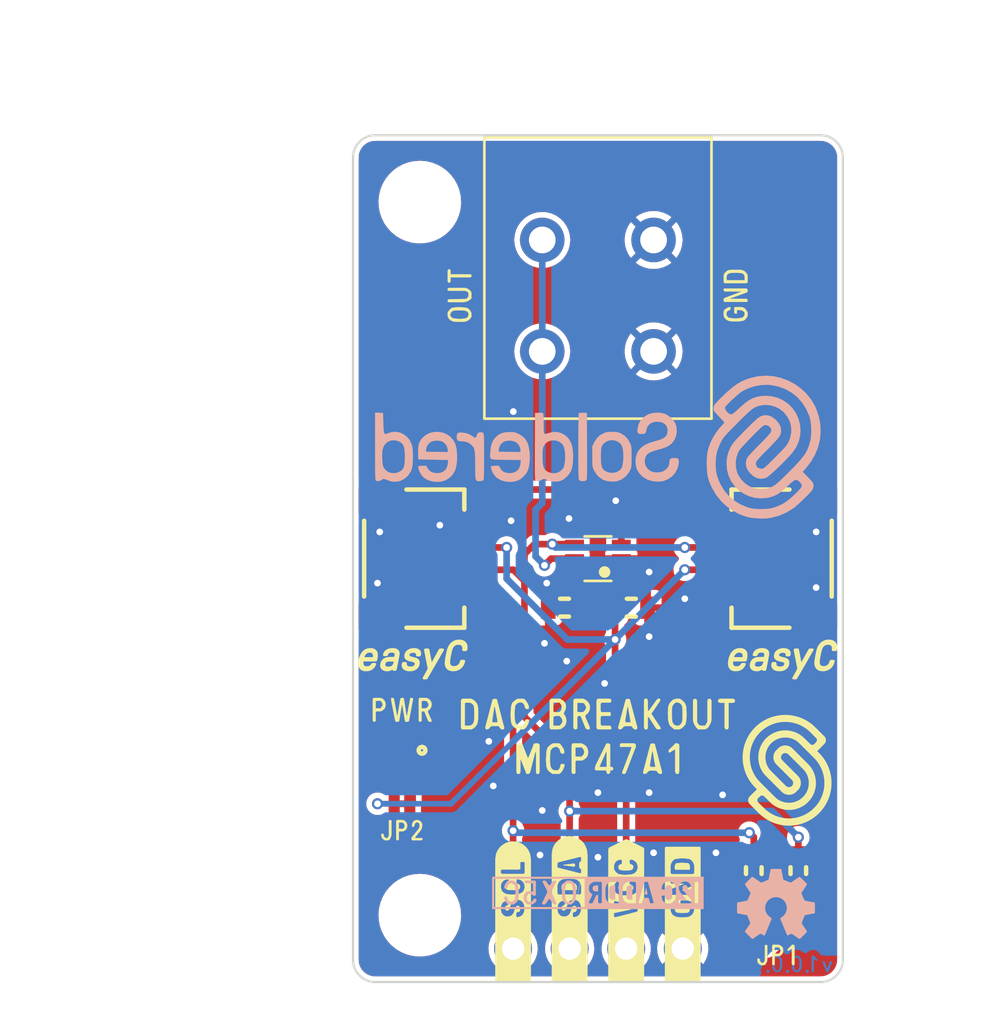
<source format=kicad_pcb>
(kicad_pcb (version 20210623) (generator pcbnew)
  (layers (0 "F.Cu" signal) (31 "B.Cu" signal) (34 "B.Paste" user) (35 "F.Paste" user) (36 "B.SilkS" user "B.Silkscreen") (37 "F.SilkS" user "F.Silkscreen") (38 "B.Mask" user) (39 "F.Mask" user) (44 "Edge.Cuts" user))
  (net 0 "")
  (net 1 "GND")
  (net 2 "VCC")
  (net 3 "Net-(JP1-Pad1)")
  (net 4 "Net-(JP1-Pad3)")
  (net 5 "VOUT")
  (net 6 "SCL")
  (net 7 "SDA")
  (net 8 "Net-(D1-Pad1)")
  (net 9 "Net-(JP2-Pad2)")
  (footprint "e-radionica.com footprinti:0603R" (layer "F.Cu") (at 120 145 90)
    (fp_text reference "R1")
    (fp_text value "10k")
    (pad "1" smd rect locked (at -0.775 0 180) (size 1 0.64) (layers "F.Cu" "F.Paste" "F.Mask") (net 4 "Net-(JP1-Pad3)"))
    (pad "2" smd rect locked (at 0.775 0 180) (size 1 0.64) (layers "F.Cu" "F.Paste" "F.Mask") (net 7 "SDA"))
  )
  (footprint "buzzardLabel" (layer "F.Cu") (at 112.27 150.4 90)
    (fp_text reference "" (at 0 0 90) (layer "F.SilkS") (effects (font (size 1.27 1.27))))
    (fp_text value "" (at 0 0 90) (layer "F.SilkS") (effects (font (size 1.27 1.27))))
  )
  (footprint "buzzardLabel" (layer "F.Cu") (at 107.19 150.4 90)
    (fp_text reference "" (at 0 0 90) (layer "F.SilkS") (effects (font (size 1.27 1.27))))
    (fp_text value "" (at 0 0 90) (layer "F.SilkS") (effects (font (size 1.27 1.27))))
  )
  (footprint "e-radionica.com footprinti:0402R" (layer "F.Cu") (at 102.2 140.5 180)
    (fp_text reference "R3")
    (fp_text value "2k2")
    (pad "1" smd rect locked (at -0.5 0 270) (size 0.64 0.54) (layers "F.Cu" "F.Paste" "F.Mask") (net 9 "Net-(JP2-Pad2)"))
    (pad "2" smd rect locked (at 0.5 0 270) (size 0.64 0.54) (layers "F.Cu" "F.Paste" "F.Mask") (net 8 "Net-(D1-Pad1)"))
  )
  (footprint "Soldered Graphics:Logo-Front-easyC-5mm" (layer "F.Cu") (at 102.7 135.5)
    (fp_text reference "G***" hide)
    (fp_text value "LOGO" hide)
  )
  (footprint "buzzardLabel" (layer "F.Cu") (at 111 140)
    (fp_text reference "" (at 0 0) (layer "F.SilkS") (effects (font (size 1.27 1.27))))
    (fp_text value "" (at 0 0) (layer "F.SilkS") (effects (font (size 1.27 1.27))))
  )
  (footprint "buzzardLabel" (layer "F.Cu") (at 117.2 119.2 90)
    (fp_text reference "" (at 0 0 90) (layer "F.SilkS") (effects (font (size 1.27 1.27))))
    (fp_text value "" (at 0 0 90) (layer "F.SilkS") (effects (font (size 1.27 1.27))))
  )
  (footprint "e-radionica.com footprinti:TERMINAL_KF235-5.0-2P" (layer "F.Cu") (at 111 119.2 180)
    (fp_text reference "K1")
    (fp_text value "TERMINAL_KF235-5.0-2P")
    (pad "1" thru_hole circle (at 2.5 -2.5 180) (size 2 2) (drill 1.2) (layers *.Cu *.Mask) (net 5 "VOUT"))
    (pad "1" thru_hole circle (at 2.5 2.5 180) (size 2 2) (drill 1.2) (layers *.Cu *.Mask) (net 5 "VOUT"))
    (pad "2" thru_hole circle (at -2.5 2.5 180) (size 2 2) (drill 1.2) (layers *.Cu *.Mask) (net 1 "GND"))
    (pad "2" thru_hole circle (at -2.5 -2.5 180) (size 2 2) (drill 1.2) (layers *.Cu *.Mask) (net 1 "GND"))
  )
  (footprint "buzzardLabel" (layer "F.Cu") (at 102.2 137.8)
    (fp_text reference "" (at 0 0) (layer "F.SilkS") (effects (font (size 1.27 1.27))))
    (fp_text value "" (at 0 0) (layer "F.SilkS") (effects (font (size 1.27 1.27))))
  )
  (footprint "e-radionica.com footprinti:SMD_JUMPER_3_PAD_TRACE" (layer "F.Cu") (at 119 147.5)
    (fp_text reference "JP1")
    (fp_text value "SMD_JUMPER_3_PAD_TRACE")
    (fp_poly (pts (xy 0.45 0.05) (xy 0.25 0.05) (xy 0.25 -0.05) (xy 0.45 -0.05)) (layer "F.Cu") (width 0.1) (fill solid))
    (fp_poly (pts (xy -0.25 0.05) (xy -0.45 0.05) (xy -0.45 -0.05) (xy -0.25 -0.05)) (layer "F.Cu") (width 0.1) (fill solid))
    (pad "1" smd rect (at -0.7 0 180) (size 0.5 1) (layers "F.Cu" "F.Mask") (net 3 "Net-(JP1-Pad1)"))
    (pad "2" smd custom (at 0 0 180) (size 0.5 1) (layers "F.Cu" "F.Mask") (net 2 "VCC") (options (clearance outline) (anchor rect)) (primitives))
    (pad "3" smd rect (at 0.7 0 180) (size 0.5 1) (layers "F.Cu" "F.Mask") (net 4 "Net-(JP1-Pad3)"))
  )
  (footprint "Soldered Graphics:Logo-Back-SolderedFULL-20mm" (layer "F.Cu") (at 111 126)
    (fp_text reference "REF**" hide)
    (fp_text value "Logo-Front-SolderedFULL-20mm" hide)
  )
  (footprint "buzzardLabel" (layer "F.Cu") (at 102.2 143.2)
    (fp_text reference "" (at 0 0) (layer "F.SilkS") (effects (font (size 1.27 1.27))))
    (fp_text value "" (at 0 0) (layer "F.SilkS") (effects (font (size 1.27 1.27))))
  )
  (footprint "e-radionica.com footprinti:easyC-connector" (layer "F.Cu") (at 118.7 131 -90)
    (fp_text reference "K4")
    (fp_text value "easyC-SMD")
    (pad "1" smd rect locked (at -1.5 2.15 270) (size 0.6 1.55) (layers "F.Cu" "F.Paste" "F.Mask") (net 6 "SCL"))
    (pad "2" smd rect locked (at -0.5 2.15 270) (size 0.6 1.55) (layers "F.Cu" "F.Paste" "F.Mask") (net 7 "SDA"))
    (pad "3" smd rect locked (at 0.5 2.15 270) (size 0.6 1.55) (layers "F.Cu" "F.Paste" "F.Mask") (net 2 "VCC"))
    (pad "4" smd rect locked (at 1.5 2.15 270) (size 0.6 1.55) (layers "F.Cu" "F.Paste" "F.Mask") (net 1 "GND"))
    (pad "5" smd rect locked (at 2.6 -2.15 270) (size 1.2 1.8) (layers "F.Cu" "F.Paste" "F.Mask") (net 1 "GND"))
    (pad "5" smd rect locked (at -2.6 -2.15 270) (size 1.2 1.8) (layers "F.Cu" "F.Paste" "F.Mask") (net 1 "GND"))
  )
  (footprint "buzzardLabel" (layer "F.Cu") (at 119 148.8)
    (fp_text reference "" (at 0 0) (layer "F.SilkS") (effects (font (size 1.27 1.27))))
    (fp_text value "" (at 0 0) (layer "F.SilkS") (effects (font (size 1.27 1.27))))
  )
  (footprint "e-radionica.com footprinti:0603C" (layer "F.Cu") (at 112.5 133.2 180)
    (fp_text reference "C2")
    (fp_text value "100nF")
    (pad "1" smd rect locked (at -0.73 0 180) (size 0.66 1) (layers "F.Cu" "F.Paste" "F.Mask") (net 1 "GND"))
    (pad "2" smd rect locked (at 0.73 0 180) (size 0.66 1) (layers "F.Cu" "F.Paste" "F.Mask") (net 2 "VCC"))
  )
  (footprint "e-radionica.com footprinti:0402LED" (layer "F.Cu") (at 102.2 139)
    (fp_text reference "D1")
    (fp_text value "purple")
    (pad "1" smd rect locked (at -0.55 0 90) (size 0.75 0.45) (layers "F.Cu" "F.Paste" "F.Mask") (net 8 "Net-(D1-Pad1)"))
    (pad "2" smd rect locked (at 0.55 0 90) (size 0.75 0.45) (layers "F.Cu" "F.Paste" "F.Mask") (net 1 "GND"))
  )
  (footprint "e-radionica.com footprinti:0603R" (layer "F.Cu") (at 118 145 -90)
    (fp_text reference "R2")
    (fp_text value "10k")
    (pad "1" smd rect locked (at -0.775 0) (size 1 0.64) (layers "F.Cu" "F.Paste" "F.Mask") (net 6 "SCL"))
    (pad "2" smd rect locked (at 0.775 0) (size 1 0.64) (layers "F.Cu" "F.Paste" "F.Mask") (net 3 "Net-(JP1-Pad1)"))
  )
  (footprint "e-radionica.com footprinti:SMD-JUMPER-CONNECTED_TRACE_SLODERMASK" (layer "F.Cu") (at 102.2 142)
    (fp_text reference "JP2")
    (fp_text value "SMD-JUMPER-CONNECTED_TRACE_SLODERMASK")
    (fp_poly (pts (xy 0.1 0.1) (xy -0.1 0.1) (xy -0.1 -0.1) (xy 0.1 -0.1)) (layer "F.Cu") (width 0.1) (fill solid))
    (pad "1" smd rect (at -0.35 0) (size 0.5 1) (layers "F.Cu" "F.Mask") (net 2 "VCC"))
    (pad "2" smd rect (at 0.35 0) (size 0.5 1) (layers "F.Cu" "F.Mask") (net 9 "Net-(JP2-Pad2)"))
  )
  (footprint "buzzardLabel" (layer "F.Cu") (at 104.8 119.2 90)
    (fp_text reference "" (at 0 0 90) (layer "F.SilkS") (effects (font (size 1.27 1.27))))
    (fp_text value "" (at 0 0 90) (layer "F.SilkS") (effects (font (size 1.27 1.27))))
  )
  (footprint "e-radionica.com footprinti:FIDUCIAL_23" (layer "F.Cu") (at 103 123)
    (fp_text reference "FD1")
    (fp_text value "FIDUCIAL")
    (fp_circle (center 0 0) (end 1 0) (layer "F.Cu") (width 0.2) (fill none))
    (pad "1" smd circle (at 0 0) (size 1 1) (layers "F.Cu" "F.Paste" "F.Mask") (clearance 1.1))
  )
  (footprint "buzzardLabel" (layer "F.Cu") (at 109.73 150.4 90)
    (fp_text reference "" (at 0 0 90) (layer "F.SilkS") (effects (font (size 1.27 1.27))))
    (fp_text value "" (at 0 0 90) (layer "F.SilkS") (effects (font (size 1.27 1.27))))
  )
  (footprint "e-radionica.com footprinti:HOLE_3.2mm" (layer "F.Cu") (at 103 147)
    (fp_text reference "H1" hide)
    (fp_text value "HOLE_3.2mm" hide)
    (pad "" np_thru_hole circle locked (at 0 0) (size 3.2 3.2) (drill 3.2) (layers F&B.Cu *.Mask))
  )
  (footprint "e-radionica.com footprinti:0603C" (layer "F.Cu") (at 109.5 133.2)
    (fp_text reference "C1")
    (fp_text value "100nF")
    (pad "1" smd rect locked (at -0.73 0) (size 0.66 1) (layers "F.Cu" "F.Paste" "F.Mask") (net 1 "GND"))
    (pad "2" smd rect locked (at 0.73 0) (size 0.66 1) (layers "F.Cu" "F.Paste" "F.Mask") (net 2 "VCC"))
  )
  (footprint "e-radionica.com footprinti:MCP47A1-SOT23-6" (layer "F.Cu") (at 111 131 180)
    (fp_text reference "U1")
    (fp_text value "MCP47A1")
    (pad "1" smd rect (at -1.05 -0.65 270) (size 0.4 0.85) (layers "F.Cu" "F.Paste" "F.Mask") (net 2 "VCC"))
    (pad "2" smd rect (at -1.05 0 270) (size 0.4 0.85) (layers "F.Cu" "F.Paste" "F.Mask") (net 1 "GND"))
    (pad "3" smd rect (at -1.05 0.65 270) (size 0.4 0.85) (layers "F.Cu" "F.Paste" "F.Mask") (net 6 "SCL"))
    (pad "4" smd rect (at 1.05 0.65 270) (size 0.4 0.85) (layers "F.Cu" "F.Paste" "F.Mask") (net 7 "SDA"))
    (pad "5" smd rect (at 1.05 0 270) (size 0.4 0.85) (layers "F.Cu" "F.Paste" "F.Mask") (net 5 "VOUT"))
    (pad "6" smd rect (at 1.05 -0.65 270) (size 0.4 0.85) (layers "F.Cu" "F.Paste" "F.Mask") (net 2 "VCC"))
  )
  (footprint "buzzardLabel" (layer "F.Cu") (at 111 138)
    (fp_text reference "" (at 0 0) (layer "F.SilkS") (effects (font (size 1.27 1.27))))
    (fp_text value "" (at 0 0) (layer "F.SilkS") (effects (font (size 1.27 1.27))))
  )
  (footprint "Soldered Graphics:Logo-Front-easyC-5mm" (layer "F.Cu") (at 119.3 135.5)
    (fp_text reference "G***" hide)
    (fp_text value "LOGO" hide)
  )
  (footprint "e-radionica.com footprinti:HOLE_3.2mm" (layer "F.Cu") (at 103 115)
    (fp_text reference "H2" hide)
    (fp_text value "HOLE_3.2mm" hide)
    (pad "" np_thru_hole circle locked (at 0 0) (size 3.2 3.2) (drill 3.2) (layers F&B.Cu *.Mask))
  )
  (footprint "e-radionica.com footprinti:HEADER_MALE_4X1" (layer "F.Cu") (at 111 148.5 180)
    (fp_text reference "K3")
    (fp_text value "HEADER_MALE_4X1")
    (pad "1" thru_hole circle locked (at -3.81 0 180) (size 1.7 1.7) (drill 1) (layers *.Cu *.Mask) (net 1 "GND"))
    (pad "2" thru_hole circle locked (at -1.27 0 180) (size 1.7 1.7) (drill 1) (layers *.Cu *.Mask) (net 2 "VCC"))
    (pad "3" thru_hole circle locked (at 1.27 0 180) (size 1.7 1.7) (drill 1) (layers *.Cu *.Mask) (net 7 "SDA"))
    (pad "4" thru_hole circle locked (at 3.81 0 180) (size 1.7 1.7) (drill 1) (layers *.Cu *.Mask) (net 6 "SCL"))
  )
  (footprint "buzzardLabel" (layer "F.Cu") (at 114.81 150.4 90)
    (fp_text reference "" (at 0 0 90) (layer "F.SilkS") (effects (font (size 1.27 1.27))))
    (fp_text value "" (at 0 0 90) (layer "F.SilkS") (effects (font (size 1.27 1.27))))
  )
  (footprint "e-radionica.com footprinti:easyC-connector" (layer "F.Cu") (at 103.3 131 90)
    (fp_text reference "K2")
    (fp_text value "easyC-SMD")
    (pad "1" smd rect locked (at -1.5 2.15 90) (size 0.6 1.55) (layers "F.Cu" "F.Paste" "F.Mask") (net 6 "SCL"))
    (pad "2" smd rect locked (at -0.5 2.15 90) (size 0.6 1.55) (layers "F.Cu" "F.Paste" "F.Mask") (net 7 "SDA"))
    (pad "3" smd rect locked (at 0.5 2.15 90) (size 0.6 1.55) (layers "F.Cu" "F.Paste" "F.Mask") (net 2 "VCC"))
    (pad "4" smd rect locked (at 1.5 2.15 90) (size 0.6 1.55) (layers "F.Cu" "F.Paste" "F.Mask") (net 1 "GND"))
    (pad "5" smd rect locked (at -2.6 -2.15 90) (size 1.2 1.8) (layers "F.Cu" "F.Paste" "F.Mask") (net 1 "GND"))
    (pad "5" smd rect locked (at 2.6 -2.15 90) (size 1.2 1.8) (layers "F.Cu" "F.Paste" "F.Mask") (net 1 "GND"))
  )
  (footprint "Soldered Graphics:Logo-Back-OSH-3.5mm" (layer "F.Cu") (at 119 146.5)
    (fp_text reference "G***" hide)
    (fp_text value "LOGO" hide)
  )
  (footprint "Soldered Graphics:Logo-Front-Soldered-5mm" (layer "F.Cu") (at 119.5 140.5)
    (fp_text reference "G***" hide)
    (fp_text value "LOGO" hide)
  )
  (footprint "buzzardLabel" (layer "B.Cu") (at 108.4 146 180)
    (fp_text reference "" (at 0 0) (layer "B.SilkS") (effects (font (size 1.27 1.27)) (justify mirror)))
    (fp_text value "" (at 0 0) (layer "B.SilkS") (effects (font (size 1.27 1.27)) (justify mirror)))
  )
  (footprint "Soldered Graphics:Symbol-Front-I2C-ADDR-Field" (layer "B.Cu") (at 111 146 180)
    (fp_text reference "REF**" hide)
    (fp_text value "Symbol-Front-I2C-ADDR-Field" hide)
  )
  (footprint "Soldered Graphics:Version1.0.0." (layer "B.Cu") (at 120 149.2 180)
    (fp_text reference "Ref**" hide)
    (fp_text value "Val**" hide)
    (fp_poly (pts (xy 1.31 -0.38) (xy 1.36 -0.38) (xy 1.41 -0.37) (xy 1.42 -0.33) (xy 1.42 -0.27) (xy 1.38 -0.26) (xy 1.33 -0.26) (xy 1.3 -0.29) (xy 1.3 -0.34) (xy 1.31 -0.38)) (layer "B.Cu") (width 0.01) (fill solid))
    (fp_poly (pts (xy -1.33 -0.35) (xy -1.27 -0.35) (xy -1.25 -0.31) (xy -1.09 0.1) (xy -1.11 0.13) (xy -1.16 0.13) (xy -1.19 0.1) (xy -1.28 -0.16) (xy -1.3 -0.21) (xy -1.32 -0.17) (xy -1.41 0.09) (xy -1.44 0.13) (xy -1.49 0.13) (xy -1.51 0.1) (xy -1.36 -0.31) (xy -1.33 -0.35)) (layer "B.Cu") (width 0.01) (fill solid))
    (fp_poly (pts (xy 0.43 -0.38) (xy 0.48 -0.38) (xy 0.54 -0.37) (xy 0.54 -0.33) (xy 0.54 -0.27) (xy 0.5 -0.26) (xy 0.45 -0.26) (xy 0.42 -0.29) (xy 0.42 -0.34) (xy 0.43 -0.38)) (layer "B.Cu") (width 0.01) (fill solid))
    (fp_poly (pts (xy -0.44 -0.38) (xy -0.39 -0.38) (xy -0.34 -0.37) (xy -0.34 -0.33) (xy -0.34 -0.27) (xy -0.38 -0.26) (xy -0.43 -0.26) (xy -0.46 -0.29) (xy -0.46 -0.34) (xy -0.44 -0.38)) (layer "B.Cu") (width 0.01) (fill solid))
    (fp_poly (pts (xy -0.67 -0.35) (xy -0.62 -0.35) (xy -0.6 -0.31) (xy -0.6 0.35) (xy -0.64 0.38) (xy -0.69 0.38) (xy -0.73 0.34) (xy -0.84 0.22) (xy -0.86 0.17) (xy -0.83 0.16) (xy -0.73 0.22) (xy -0.69 0.23) (xy -0.69 -0.31) (xy -0.67 -0.35)) (layer "B.Cu") (width 0.01) (fill solid))
    (fp_poly (pts (xy 0.93 -0.35) (xy 0.99 -0.35) (xy 1.04 -0.33) (xy 1.01 -0.28) (xy 0.91 -0.28) (xy 0.87 -0.25) (xy 0.85 -0.2) (xy 0.83 -0.15) (xy 0.83 -0.11) (xy 0.82 0.01) (xy 0.83 0.13) (xy 0.83 0.17) (xy 0.84 0.22) (xy 0.87 0.27) (xy 0.9 0.3) (xy 1.01 0.3) (xy 1.04 0.26) (xy 1.05 0.21) (xy 1.06 0.15) (xy 1.07 0.05) (xy 1.07 -0.08) (xy 1.06 -0.12) (xy 1.06 -0.17) (xy 1.04 -0.22) (xy 1.02 -0.27) (xy 1.01 -0.28) (xy 1.05 -0.32) (xy 1.09 -0.29) (xy 1.12 -0.26) (xy 1.14 -0.22) (xy 1.15 -0.16) (xy 1.16 -0.11) (xy 1.16 -0.06) (xy 1.16 0.06) (xy 1.16 0.12) (xy 1.15 0.17) (xy 1.14 0.22) (xy 1.13 0.27) (xy 1.1 0.3) (xy 1.06 0.34) (xy 1.01 0.37) (xy 0.95 0.38) (xy 0.9 0.38) (xy 0.84 0.35) (xy 0.8 0.31) (xy 0.78 0.28) (xy 0.75 0.23) (xy 0.74 0.18) (xy 0.74 0.13) (xy 0.73 0.08) (xy 0.73 -0.04) (xy 0.73 -0.1) (xy 0.74 -0.14) (xy 0.75 -0.2) (xy 0.77 -0.25) (xy 0.79 -0.28) (xy 0.83 -0.32) (xy 0.89 -0.35) (xy 0.93 -0.35)) (layer "B.Cu") (width 0.01) (fill solid))
    (fp_poly (pts (xy 0.06 -0.35) (xy 0.11 -0.35) (xy 0.17 -0.33) (xy 0.13 -0.28) (xy 0.03 -0.28) (xy -0.01 -0.25) (xy -0.03 -0.2) (xy -0.05 -0.15) (xy -0.05 -0.11) (xy -0.05 0.01) (xy -0.05 0.13) (xy -0.05 0.17) (xy -0.03 0.22) (xy -0.01 0.27) (xy 0.02 0.3) (xy 0.13 0.3) (xy 0.16 0.26) (xy 0.18 0.21) (xy 0.18 0.15) (xy 0.19 0.05) (xy 0.19 -0.08) (xy 0.19 -0.12) (xy 0.18 -0.17) (xy 0.16 -0.22) (xy 0.14 -0.27) (xy 0.14 -0.28) (xy 0.17 -0.32) (xy 0.21 -0.29) (xy 0.24 -0.26) (xy 0.26 -0.22) (xy 0.27 -0.16) (xy 0.28 -0.11) (xy 0.28 -0.06) (xy 0.28 0.06) (xy 0.28 0.12) (xy 0.27 0.17) (xy 0.26 0.22) (xy 0.25 0.27) (xy 0.22 0.3) (xy 0.19 0.34) (xy 0.13 0.37) (xy 0.08 0.38) (xy 0.02 0.38) (xy -0.03 0.35) (xy -0.08 0.31) (xy -0.1 0.28) (xy -0.12 0.23) (xy -0.14 0.18) (xy -0.14 0.13) (xy -0.15 0.08) (xy -0.15 -0.04) (xy -0.14 -0.1) (xy -0.14 -0.14) (xy -0.13 -0.2) (xy -0.11 -0.25) (xy -0.08 -0.28) (xy -0.05 -0.32) (xy 0.01 -0.35) (xy 0.06 -0.35)) (layer "B.Cu") (width 0.01) (fill solid))
  )
  (gr_arc (start 121 112.999997) (end 121 112) (angle 90) (layer "Edge.Cuts") (width 0.1))
  (gr_line (start 122 113) (end 122 149) (layer "Edge.Cuts") (width 0.1))
  (gr_line (start 101 112) (end 121 112) (layer "Edge.Cuts") (width 0.1))
  (gr_arc (start 101 149) (end 101 150) (angle 90) (layer "Edge.Cuts") (width 0.1))
  (gr_arc (start 121 149) (end 122 149) (angle 90) (layer "Edge.Cuts") (width 0.1))
  (gr_line (start 121 150) (end 101 150) (layer "Edge.Cuts") (width 0.1))
  (gr_line (start 100 149) (end 100 113) (layer "Edge.Cuts") (width 0.1))
  (gr_arc (start 100.999997 113) (end 100 113) (angle 90) (layer "Edge.Cuts") (width 0.1))
  (via (at 120.8 132.3) (size 0.5) (drill 0.3) (layers "F.Cu" "B.Cu") (net 1))
  (via (at 101.1 132.1) (size 0.5) (drill 0.3) (layers "F.Cu" "B.Cu") (net 1))
  (via (at 120.8 129.8) (size 0.5) (drill 0.3) (layers "F.Cu" "B.Cu") (net 1))
  (via (at 108.6 134.8) (size 0.5) (drill 0.3) (layers "F.Cu" "B.Cu") (net 1))
  (via (at 107.2 124.4) (size 0.5) (drill 0.3) (layers "F.Cu" "B.Cu") (net 1))
  (via (at 108.7 132.1) (size 0.5) (drill 0.3) (layers "F.Cu" "B.Cu") (net 1))
  (via (at 109.7 129.2) (size 0.5) (drill 0.3) (layers "F.Cu" "B.Cu") (net 1))
  (via (at 111 144.4) (size 0.5) (drill 0.3) (layers "F.Cu" "B.Cu") (net 1))
  (via (at 101.2 129.8) (size 0.5) (drill 0.3) (layers "F.Cu" "B.Cu") (net 1))
  (via (at 116.6 141.6) (size 0.5) (drill 0.3) (layers "F.Cu" "B.Cu") (net 1))
  (via (at 107.1 129.3) (size 0.5) (drill 0.3) (layers "F.Cu" "B.Cu") (net 1))
  (via (at 113.3 134.5) (size 0.5) (drill 0.3) (layers "F.Cu" "B.Cu") (net 1))
  (via (at 106.1 139.2) (size 0.5) (drill 0.3) (layers "F.Cu" "B.Cu") (net 1))
  (via (at 106.3 141.2) (size 0.5) (drill 0.3) (layers "F.Cu" "B.Cu") (net 1))
  (via (at 108.5 142.3) (size 0.5) (drill 0.3) (layers "F.Cu" "B.Cu") (net 1))
  (via (at 111.3 136.6) (size 0.5) (drill 0.3) (layers "F.Cu" "B.Cu") (net 1))
  (via (at 108.4 144.3) (size 0.5) (drill 0.3) (layers "F.Cu" "B.Cu") (net 1))
  (via (at 113.3 141.5) (size 0.5) (drill 0.3) (layers "F.Cu" "B.Cu") (net 1))
  (via (at 111.8 128.4) (size 0.5) (drill 0.3) (layers "F.Cu" "B.Cu") (net 1))
  (via (at 113.3 131.6) (size 0.5) (drill 0.3) (layers "F.Cu" "B.Cu") (net 1))
  (via (at 116.3 144.2) (size 0.5) (drill 0.3) (layers "F.Cu" "B.Cu") (net 1))
  (via (at 111 141.5) (size 0.5) (drill 0.3) (layers "F.Cu" "B.Cu") (net 1))
  (via (at 103.9 129.5) (size 0.5) (drill 0.3) (layers "F.Cu" "B.Cu") (net 1))
  (via (at 113.5 144.2) (size 0.5) (drill 0.3) (layers "F.Cu" "B.Cu") (net 1))
  (via (at 109.6 135.6) (size 0.5) (drill 0.3) (layers "F.Cu" "B.Cu") (net 1))
  (via (at 114.9 132.8) (size 0.5) (drill 0.3) (layers "F.Cu" "B.Cu") (net 1))
  (segment (start 101.85 142) (end 101.1 142) (width 0.254) (layer "F.Cu") (net 2))
  (segment (start 110.23 133.2) (end 110.23 131.93) (width 0.3) (layer "F.Cu") (net 2))
  (segment (start 116.7 147.9) (end 116.7 146.6) (width 0.3) (layer "F.Cu") (net 2))
  (segment (start 111.77 131.93) (end 112.05 131.65) (width 0.3) (layer "F.Cu") (net 2))
  (segment (start 112.27 146.63) (end 112.27 136.07) (width 0.3) (layer "F.Cu") (net 2))
  (segment (start 119 148.1) (end 118.6 148.5) (width 0.3) (layer "F.Cu") (net 2))
  (segment (start 111.77 133.2) (end 111.77 131.93) (width 0.3) (layer "F.Cu") (net 2))
  (segment (start 110.23 131.93) (end 109.95 131.65) (width 0.3) (layer "F.Cu") (net 2))
  (segment (start 118.6 148.5) (end 117.3 148.5) (width 0.3) (layer "F.Cu") (net 2))
  (segment (start 116.7 146.6) (end 116 145.9) (width 0.3) (layer "F.Cu") (net 2))
  (segment (start 112.27 146.63) (end 112.27 148.5) (width 0.3) (layer "F.Cu") (net 2))
  (segment (start 112.27 136.07) (end 111.77 135.57) (width 0.3) (layer "F.Cu") (net 2))
  (segment (start 111.77 134.63) (end 111.77 133.2) (width 0.3) (layer "F.Cu") (net 2))
  (segment (start 113 145.9) (end 112.27 146.63) (width 0.3) (layer "F.Cu") (net 2))
  (segment (start 114.9 131.5) (end 116.55 131.5) (width 0.3) (layer "F.Cu") (net 2))
  (segment (start 111.77 133.2) (end 110.23 133.2) (width 0.3) (layer "F.Cu") (net 2))
  (segment (start 105.45 130.5) (end 106.9 130.5) (width 0.3) (layer "F.Cu") (net 2))
  (segment (start 117.3 148.5) (end 116.7 147.9) (width 0.3) (layer "F.Cu") (net 2))
  (segment (start 116 145.9) (end 113 145.9) (width 0.3) (layer "F.Cu") (net 2))
  (segment (start 111.77 135.57) (end 111.77 134.63) (width 0.3) (layer "F.Cu") (net 2))
  (segment (start 119 147.5) (end 119 148.1) (width 0.3) (layer "F.Cu") (net 2))
  (via (at 101.1 142) (size 0.5) (drill 0.3) (layers "F.Cu" "B.Cu") (net 2))
  (via (at 114.9 131.5) (size 0.5) (drill 0.3) (layers "F.Cu" "B.Cu") (net 2))
  (via (at 111.77 134.63) (size 0.5) (drill 0.3) (layers "F.Cu" "B.Cu") (net 2))
  (via (at 106.9 130.5) (size 0.5) (drill 0.3) (layers "F.Cu" "B.Cu") (net 2))
  (segment (start 107.2 139.2) (end 111.77 134.63) (width 0.3) (layer "B.Cu") (net 2))
  (segment (start 107.2 139.2) (end 104.4 142) (width 0.254) (layer "B.Cu") (net 2))
  (segment (start 106.9 130.5) (end 106.9 131.9) (width 0.3) (layer "B.Cu") (net 2))
  (segment (start 106.9 131.9) (end 109.63 134.63) (width 0.3) (layer "B.Cu") (net 2))
  (segment (start 109.63 134.63) (end 111.77 134.63) (width 0.3) (layer "B.Cu") (net 2))
  (segment (start 104.4 142) (end 101.1 142) (width 0.254) (layer "B.Cu") (net 2))
  (segment (start 114.9 131.5) (end 111.77 134.63) (width 0.3) (layer "B.Cu") (net 2))
  (segment (start 118 145.775) (end 118 147.2) (width 0.3) (layer "F.Cu") (net 3))
  (segment (start 118 147.2) (end 118.3 147.5) (width 0.3) (layer "F.Cu") (net 3))
  (segment (start 120 147.2) (end 119.7 147.5) (width 0.3) (layer "F.Cu") (net 4))
  (segment (start 120 145.775) (end 120 147.2) (width 0.3) (layer "F.Cu") (net 4))
  (segment (start 108.9 131) (end 108.6 131.3) (width 0.3) (layer "F.Cu") (net 5))
  (segment (start 109.95 131) (end 108.9 131) (width 0.3) (layer "F.Cu") (net 5))
  (via (at 108.6 131.3) (size 0.5) (drill 0.3) (layers "F.Cu" "B.Cu") (net 5))
  (segment (start 108.5 121.7) (end 108.5 116.7) (width 0.3) (layer "B.Cu") (net 5))
  (segment (start 108.6 131.3) (end 108.2 130.9) (width 0.3) (layer "B.Cu") (net 5))
  (segment (start 108.2 128.8) (end 108.5 128.5) (width 0.3) (layer "B.Cu") (net 5))
  (segment (start 108.5 128.5) (end 108.5 121.7) (width 0.3) (layer "B.Cu") (net 5))
  (segment (start 108.2 130.9) (end 108.2 128.8) (width 0.3) (layer "B.Cu") (net 5))
  (segment (start 107.19 143.21) (end 107.19 134.24) (width 0.3) (layer "F.Cu") (net 6))
  (segment (start 103.2 128.9) (end 104.2 127.9) (width 0.3) (layer "F.Cu") (net 6))
  (segment (start 118 144.225) (end 118 143.5) (width 0.3) (layer "F.Cu") (net 6))
  (segment (start 107.19 148.5) (end 107.19 143.21) (width 0.3) (layer "F.Cu") (net 6))
  (segment (start 107.19 134.24) (end 105.45 132.5) (width 0.3) (layer "F.Cu") (net 6))
  (segment (start 110 127.9) (end 111.6 129.5) (width 0.3) (layer "F.Cu") (net 6))
  (segment (start 111.6 129.5) (end 113.6 129.5) (width 0.3) (layer "F.Cu") (net 6))
  (segment (start 118 143.5) (end 117.8 143.3) (width 0.3) (layer "F.Cu") (net 6))
  (segment (start 103.2 131.6) (end 103.2 128.9) (width 0.3) (layer "F.Cu") (net 6))
  (segment (start 113.6 129.5) (end 116.55 129.5) (width 0.3) (layer "F.Cu") (net 6))
  (segment (start 111.6 129.5) (end 112.05 129.95) (width 0.3) (layer "F.Cu") (net 6))
  (segment (start 112.05 129.95) (end 112.05 130.35) (width 0.3) (layer "F.Cu") (net 6))
  (segment (start 104.1 132.5) (end 103.2 131.6) (width 0.3) (layer "F.Cu") (net 6))
  (segment (start 105.45 132.5) (end 104.1 132.5) (width 0.3) (layer "F.Cu") (net 6))
  (segment (start 104.2 127.9) (end 110 127.9) (width 0.3) (layer "F.Cu") (net 6))
  (via (at 107.19 143.21) (size 0.5) (drill 0.3) (layers "F.Cu" "B.Cu") (net 6))
  (via (at 117.8 143.3) (size 0.5) (drill 0.3) (layers "F.Cu" "B.Cu") (net 6))
  (segment (start 107.28 143.3) (end 107.19 143.21) (width 0.3) (layer "B.Cu") (net 6))
  (segment (start 117.8 143.3) (end 107.28 143.3) (width 0.3) (layer "B.Cu") (net 6))
  (segment (start 107.7 130.8) (end 107.7 132) (width 0.3) (layer "F.Cu") (net 7))
  (segment (start 107.2 131.5) (end 105.45 131.5) (width 0.3) (layer "F.Cu") (net 7))
  (segment (start 108.95 130.35) (end 108.15 130.35) (width 0.3) (layer "F.Cu") (net 7))
  (segment (start 109.73 140.13) (end 107.7 138.1) (width 0.3) (layer "F.Cu") (net 7))
  (segment (start 108.15 130.35) (end 107.7 130.8) (width 0.3) (layer "F.Cu") (net 7))
  (segment (start 107.7 132) (end 107.2 131.5) (width 0.3) (layer "F.Cu") (net 7))
  (segment (start 109.95 130.35) (end 108.95 130.35) (width 0.3) (layer "F.Cu") (net 7))
  (segment (start 109.73 148.5) (end 109.73 142.33) (width 0.3) (layer "F.Cu") (net 7))
  (segment (start 109.73 142.33) (end 109.73 140.13) (width 0.3) (layer "F.Cu") (net 7))
  (segment (start 107.7 138.1) (end 107.7 132) (width 0.3) (layer "F.Cu") (net 7))
  (segment (start 116.55 130.5) (end 114.9 130.5) (width 0.3) (layer "F.Cu") (net 7))
  (segment (start 120 144.225) (end 120 143.5) (width 0.3) (layer "F.Cu") (net 7))
  (via (at 114.9 130.5) (size 0.5) (drill 0.3) (layers "F.Cu" "B.Cu") (net 7))
  (via (at 109.73 142.33) (size 0.5) (drill 0.3) (layers "F.Cu" "B.Cu") (net 7))
  (via (at 120 143.5) (size 0.5) (drill 0.3) (layers "F.Cu" "B.Cu") (net 7))
  (via (at 108.95 130.35) (size 0.5) (drill 0.3) (layers "F.Cu" "B.Cu") (net 7))
  (segment (start 120 143.5) (end 118.83 142.33) (width 0.3) (layer "B.Cu") (net 7))
  (segment (start 109.1 130.5) (end 108.95 130.35) (width 0.3) (layer "B.Cu") (net 7))
  (segment (start 114.9 130.5) (end 109.1 130.5) (width 0.3) (layer "B.Cu") (net 7))
  (segment (start 118.83 142.33) (end 109.73 142.33) (width 0.3) (layer "B.Cu") (net 7))
  (segment (start 101.65 139) (end 101.65 140.45) (width 0.254) (layer "F.Cu") (net 8))
  (segment (start 101.65 140.45) (end 101.7 140.5) (width 0.254) (layer "F.Cu") (net 8))
  (segment (start 102.7 141.85) (end 102.55 142) (width 0.254) (layer "F.Cu") (net 9))
  (segment (start 102.7 140.5) (end 102.7 141.85) (width 0.254) (layer "F.Cu") (net 9))
  (zone (net 1) (net_name "GND") (layers F&B.Cu) (connect_pads (clearance 0.254)) (min_thickness 0.254) (fill yes (thermal_gap 0.3) (thermal_bridge_width 0.3))
    (polygon (pts (xy 122 150) (xy 100 150) (xy 100 112) (xy 122 112)))
  )
)
</source>
